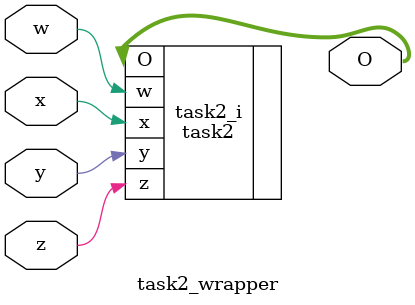
<source format=v>
`timescale 1 ps / 1 ps

module task2_wrapper
   (O,
    w,
    x,
    y,
    z);
  output [15:0]O;
  input w;
  input x;
  input y;
  input z;

  wire [15:0]O;
  wire w;
  wire x;
  wire y;
  wire z;

  task2 task2_i
       (.O(O),
        .w(w),
        .x(x),
        .y(y),
        .z(z));
endmodule

</source>
